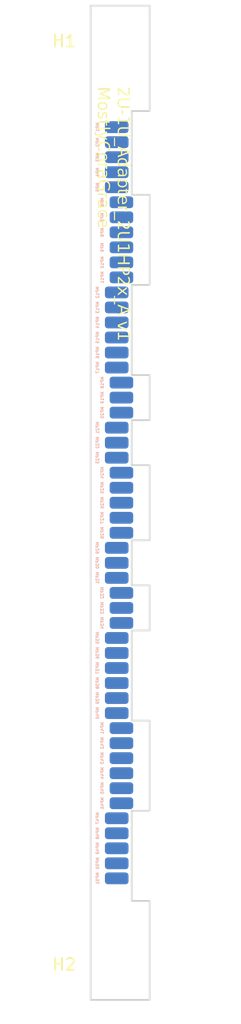
<source format=kicad_pcb>
(kicad_pcb (version 20240108) (generator "pcbnew") (generator_version "8.0")
  (layers (0 "F.Cu" signal) (31 "B.Cu" signal) (34 "B.Paste" user) (35 "F.Paste" user) (36 "B.SilkS" user "B.Silkscreen") (37 "F.SilkS" user "F.Silkscreen") (38 "B.Mask" user) (39 "F.Mask" user) (44 "Edge.Cuts" user))
  (net 0 "")
  (footprint "EXC:MountingHole_3.2mm_M3" (layer "F.Cu") (at 2.54 83.475)
    (property "Reference" "H2" (at -3.683 0 0) (layer "F.SilkS") (effects (justify right)))
    (property "Value" "Eurorack_M3_MountingHole")
    (pad "" np_thru_hole circle (at 0 0) (size 3.2 3.2) (drill 3.2) (layers "F&B.Cu" "*.Mask"))
  )
  (footprint "EXC:MountingHole_3.2mm_M3" (layer "F.Cu") (at 2.54 5.425)
    (property "Reference" "H1" (at -3.683 0 0) (layer "F.SilkS") (effects (justify right)))
    (property "Value" "Eurorack_M3_MountingHole")
    (pad "" np_thru_hole circle (at 0 0) (size 3.2 3.2) (drill 3.2) (layers "F&B.Cu" "*.Mask"))
  )
  (footprint "EXC:SolderWirePad_1x01_SMD_1x2mm" (layer "B.Cu") (at 2.21 26.67 90)
    (property "Reference" "MP12" (at 0 -1.6256 90) (layer "B.SilkS") (effects (font (size 0.25 0.25) (thickness 0.06)) (justify mirror)))
    (property "Value" "Mechanical_Pad_Solder_Linkage")
    (pad "1" smd roundrect (at 0 0 90) (size 1 2) (layers "B.Cu" "B.Paste" "B.Mask"))
  )
  (footprint "EXC:SolderWirePad_1x01_SMD_1x2mm" (layer "B.Cu") (at 2.21 58.42 90)
    (property "Reference" "MP37" (at 0 -1.6256 90) (layer "B.SilkS") (effects (font (size 0.25 0.25) (thickness 0.06)) (justify mirror)))
    (property "Value" "Mechanical_Pad_Solder_Linkage")
    (pad "1" smd roundrect (at 0 0 90) (size 1 2) (layers "B.Cu" "B.Paste" "B.Mask"))
  )
  (footprint "EXC:SolderWirePad_1x01_SMD_1x2mm" (layer "B.Cu") (at 2.21 60.96 90)
    (property "Reference" "MP39" (at 0 -1.6256 90) (layer "B.SilkS") (effects (font (size 0.25 0.25) (thickness 0.06)) (justify mirror)))
    (property "Value" "Mechanical_Pad_Solder_Linkage")
    (pad "1" smd roundrect (at 0 0 90) (size 1 2) (layers "B.Cu" "B.Paste" "B.Mask"))
  )
  (footprint "EXC:SolderWirePad_1x01_SMD_1x2mm" (layer "B.Cu") (at 2.21 13.97 90)
    (property "Reference" "MP2" (at 0 -1.6256 90) (layer "B.SilkS") (effects (font (size 0.25 0.25) (thickness 0.06)) (justify mirror)))
    (property "Value" "Mechanical_Pad_Solder_Linkage")
    (pad "1" smd roundrect (at 0 0 90) (size 1 2) (layers "B.Cu" "B.Paste" "B.Mask"))
  )
  (footprint "EXC:SolderWirePad_1x01_SMD_1x2mm" (layer "B.Cu") (at 2.21 76.2 90)
    (property "Reference" "MP51" (at 0 -1.6256 90) (layer "B.SilkS") (effects (font (size 0.25 0.25) (thickness 0.06)) (justify mirror)))
    (property "Value" "Mechanical_Pad_Solder_Linkage")
    (pad "1" smd roundrect (at 0 0 90) (size 1 2) (layers "B.Cu" "B.Paste" "B.Mask"))
  )
  (footprint "EXC:SolderWirePad_1x01_SMD_1x2mm" (layer "B.Cu") (at 2.61 46.99 90)
    (property "Reference" "MP28" (at 0 -1.6256 90) (layer "B.SilkS") (effects (font (size 0.25 0.25) (thickness 0.06)) (justify mirror)))
    (property "Value" "Mechanical_Pad_Solder_Linkage")
    (pad "1" smd roundrect (at 0 0 90) (size 1 2) (layers "B.Cu" "B.Paste" "B.Mask"))
  )
  (footprint "EXC:SolderWirePad_1x01_SMD_1x2mm" (layer "B.Cu") (at 2.61 63.5 90)
    (property "Reference" "MP41" (at 0 -1.6256 90) (layer "B.SilkS") (effects (font (size 0.25 0.25) (thickness 0.06)) (justify mirror)))
    (property "Value" "Mechanical_Pad_Solder_Linkage")
    (pad "1" smd roundrect (at 0 0 90) (size 1 2) (layers "B.Cu" "B.Paste" "B.Mask"))
  )
  (footprint "EXC:SolderWirePad_1x01_SMD_1x2mm" (layer "B.Cu") (at 2.21 73.66 90)
    (property "Reference" "MP49" (at 0 -1.6256 90) (layer "B.SilkS") (effects (font (size 0.25 0.25) (thickness 0.06)) (justify mirror)))
    (property "Value" "Mechanical_Pad_Solder_Linkage")
    (pad "1" smd roundrect (at 0 0 90) (size 1 2) (layers "B.Cu" "B.Paste" "B.Mask"))
  )
  (footprint "EXC:SolderWirePad_1x01_SMD_1x2mm" (layer "B.Cu") (at 2.61 68.58 90)
    (property "Reference" "MP45" (at 0 -1.6256 90) (layer "B.SilkS") (effects (font (size 0.25 0.25) (thickness 0.06)) (justify mirror)))
    (property "Value" "Mechanical_Pad_Solder_Linkage")
    (pad "1" smd roundrect (at 0 0 90) (size 1 2) (layers "B.Cu" "B.Paste" "B.Mask"))
  )
  (footprint "EXC:SolderWirePad_1x01_SMD_1x2mm" (layer "B.Cu") (at 2.61 24.13 90)
    (property "Reference" "MP10" (at 0 -1.6256 90) (layer "B.SilkS") (effects (font (size 0.25 0.25) (thickness 0.06)) (justify mirror)))
    (property "Value" "Mechanical_Pad_Solder_Linkage")
    (pad "1" smd roundrect (at 0 0 90) (size 1 2) (layers "B.Cu" "B.Paste" "B.Mask"))
  )
  (footprint "EXC:SolderWirePad_1x01_SMD_1x2mm" (layer "B.Cu") (at 2.21 40.64 90)
    (property "Reference" "MP23" (at 0 -1.6256 90) (layer "B.SilkS") (effects (font (size 0.25 0.25) (thickness 0.06)) (justify mirror)))
    (property "Value" "Mechanical_Pad_Solder_Linkage")
    (pad "1" smd roundrect (at 0 0 90) (size 1 2) (layers "B.Cu" "B.Paste" "B.Mask"))
  )
  (footprint "EXC:SolderWirePad_1x01_SMD_1x2mm" (layer "B.Cu") (at 2.21 17.78 90)
    (property "Reference" "MP5" (at 0 -1.6256 90) (layer "B.SilkS") (effects (font (size 0.25 0.25) (thickness 0.06)) (justify mirror)))
    (property "Value" "Mechanical_Pad_Solder_Linkage")
    (pad "1" smd roundrect (at 0 0 90) (size 1 2) (layers "B.Cu" "B.Paste" "B.Mask"))
  )
  (footprint "EXC:SolderWirePad_1x01_SMD_1x2mm" (layer "B.Cu") (at 2.61 44.45 90)
    (property "Reference" "MP26" (at 0 -1.6256 90) (layer "B.SilkS") (effects (font (size 0.25 0.25) (thickness 0.06)) (justify mirror)))
    (property "Value" "Mechanical_Pad_Solder_Linkage")
    (pad "1" smd roundrect (at 0 0 90) (size 1 2) (layers "B.Cu" "B.Paste" "B.Mask"))
  )
  (footprint "EXC:SolderWirePad_1x01_SMD_1x2mm" (layer "B.Cu") (at 2.21 72.39 90)
    (property "Reference" "MP48" (at 0 -1.6256 90) (layer "B.SilkS") (effects (font (size 0.25 0.25) (thickness 0.06)) (justify mirror)))
    (property "Value" "Mechanical_Pad_Solder_Linkage")
    (pad "1" smd roundrect (at 0 0 90) (size 1 2) (layers "B.Cu" "B.Paste" "B.Mask"))
  )
  (footprint "EXC:SolderWirePad_1x01_SMD_1x2mm" (layer "B.Cu") (at 2.21 29.21 90)
    (property "Reference" "MP14" (at 0 -1.6256 90) (layer "B.SilkS") (effects (font (size 0.25 0.25) (thickness 0.06)) (justify mirror)))
    (property "Value" "Mechanical_Pad_Solder_Linkage")
    (pad "1" smd roundrect (at 0 0 90) (size 1 2) (layers "B.Cu" "B.Paste" "B.Mask"))
  )
  (footprint "EXC:SolderWirePad_1x01_SMD_1x2mm" (layer "B.Cu") (at 2.21 15.24 90)
    (property "Reference" "MP3" (at 0 -1.6256 90) (layer "B.SilkS") (effects (font (size 0.25 0.25) (thickness 0.06)) (justify mirror)))
    (property "Value" "Mechanical_Pad_Solder_Linkage")
    (pad "1" smd roundrect (at 0 0 90) (size 1 2) (layers "B.Cu" "B.Paste" "B.Mask"))
  )
  (footprint "EXC:SolderWirePad_1x01_SMD_1x2mm" (layer "B.Cu") (at 2.21 62.23 90)
    (property "Reference" "MP40" (at 0 -1.6256 90) (layer "B.SilkS") (effects (font (size 0.25 0.25) (thickness 0.06)) (justify mirror)))
    (property "Value" "Mechanical_Pad_Solder_Linkage")
    (pad "1" smd roundrect (at 0 0 90) (size 1 2) (layers "B.Cu" "B.Paste" "B.Mask"))
  )
  (footprint "EXC:SolderWirePad_1x01_SMD_1x2mm" (layer "B.Cu") (at 2.21 31.75 90)
    (property "Reference" "MP16" (at 0 -1.6256 90) (layer "B.SilkS") (effects (font (size 0.25 0.25) (thickness 0.06)) (justify mirror)))
    (property "Value" "Mechanical_Pad_Solder_Linkage")
    (pad "1" smd roundrect (at 0 0 90) (size 1 2) (layers "B.Cu" "B.Paste" "B.Mask"))
  )
  (footprint "EXC:SolderWirePad_1x01_SMD_1x2mm" (layer "B.Cu") (at 2.61 43.18 90)
    (property "Reference" "MP25" (at 0 -1.6256 90) (layer "B.SilkS") (effects (font (size 0.25 0.25) (thickness 0.06)) (justify mirror)))
    (property "Value" "Mechanical_Pad_Solder_Linkage")
    (pad "1" smd roundrect (at 0 0 90) (size 1 2) (layers "B.Cu" "B.Paste" "B.Mask"))
  )
  (footprint "EXC:SolderWirePad_1x01_SMD_1x2mm" (layer "B.Cu") (at 2.21 74.93 90)
    (property "Reference" "MP50" (at 0 -1.6256 90) (layer "B.SilkS") (effects (font (size 0.25 0.25) (thickness 0.06)) (justify mirror)))
    (property "Value" "Mechanical_Pad_Solder_Linkage")
    (pad "1" smd roundrect (at 0 0 90) (size 1 2) (layers "B.Cu" "B.Paste" "B.Mask"))
  )
  (footprint "EXC:SolderWirePad_1x01_SMD_1x2mm" (layer "B.Cu") (at 2.21 50.8 90)
    (property "Reference" "MP31" (at 0 -1.6256 90) (layer "B.SilkS") (effects (font (size 0.25 0.25) (thickness 0.06)) (justify mirror)))
    (property "Value" "Mechanical_Pad_Solder_Linkage")
    (pad "1" smd roundrect (at 0 0 90) (size 1 2) (layers "B.Cu" "B.Paste" "B.Mask"))
  )
  (footprint "EXC:SolderWirePad_1x01_SMD_1x2mm" (layer "B.Cu") (at 2.61 35.56 90)
    (property "Reference" "MP19" (at 0 -1.6256 90) (layer "B.SilkS") (effects (font (size 0.25 0.25) (thickness 0.06)) (justify mirror)))
    (property "Value" "Mechanical_Pad_Solder_Linkage")
    (pad "1" smd roundrect (at 0 0 90) (size 1 2) (layers "B.Cu" "B.Paste" "B.Mask"))
  )
  (footprint "EXC:SolderWirePad_1x01_SMD_1x2mm" (layer "B.Cu") (at 2.61 45.72 90)
    (property "Reference" "MP27" (at 0 -1.6256 90) (layer "B.SilkS") (effects (font (size 0.25 0.25) (thickness 0.06)) (justify mirror)))
    (property "Value" "Mechanical_Pad_Solder_Linkage")
    (pad "1" smd roundrect (at 0 0 90) (size 1 2) (layers "B.Cu" "B.Paste" "B.Mask"))
  )
  (footprint "EXC:SolderWirePad_1x01_SMD_1x2mm" (layer "B.Cu") (at 2.21 71.12 90)
    (property "Reference" "MP47" (at 0 -1.6256 90) (layer "B.SilkS") (effects (font (size 0.25 0.25) (thickness 0.06)) (justify mirror)))
    (property "Value" "Mechanical_Pad_Solder_Linkage")
    (pad "1" smd roundrect (at 0 0 90) (size 1 2) (layers "B.Cu" "B.Paste" "B.Mask"))
  )
  (footprint "EXC:SolderWirePad_1x01_SMD_1x2mm" (layer "B.Cu") (at 2.21 49.53 90)
    (property "Reference" "MP30" (at 0 -1.6256 90) (layer "B.SilkS") (effects (font (size 0.25 0.25) (thickness 0.06)) (justify mirror)))
    (property "Value" "Mechanical_Pad_Solder_Linkage")
    (pad "1" smd roundrect (at 0 0 90) (size 1 2) (layers "B.Cu" "B.Paste" "B.Mask"))
  )
  (footprint "EXC:SolderWirePad_1x01_SMD_1x2mm" (layer "B.Cu") (at 2.21 30.48 90)
    (property "Reference" "MP15" (at 0 -1.6256 90) (layer "B.SilkS") (effects (font (size 0.25 0.25) (thickness 0.06)) (justify mirror)))
    (property "Value" "Mechanical_Pad_Solder_Linkage")
    (pad "1" smd roundrect (at 0 0 90) (size 1 2) (layers "B.Cu" "B.Paste" "B.Mask"))
  )
  (footprint "EXC:SolderWirePad_1x01_SMD_1x2mm" (layer "B.Cu") (at 2.21 12.7 90)
    (property "Reference" "MP1" (at 0 -1.6256 90) (layer "B.SilkS") (effects (font (size 0.25 0.25) (thickness 0.06)) (justify mirror)))
    (property "Value" "Mechanical_Pad_Solder_Linkage")
    (pad "1" smd roundrect (at 0 0 90) (size 1 2) (layers "B.Cu" "B.Paste" "B.Mask"))
  )
  (footprint "EXC:SolderWirePad_1x01_SMD_1x2mm" (layer "B.Cu") (at 2.61 36.83 90)
    (property "Reference" "MP20" (at 0 -1.6256 90) (layer "B.SilkS") (effects (font (size 0.25 0.25) (thickness 0.06)) (justify mirror)))
    (property "Value" "Mechanical_Pad_Solder_Linkage")
    (pad "1" smd roundrect (at 0 0 90) (size 1 2) (layers "B.Cu" "B.Paste" "B.Mask"))
  )
  (footprint "EXC:SolderWirePad_1x01_SMD_1x2mm" (layer "B.Cu") (at 2.61 41.91 90)
    (property "Reference" "MP24" (at 0 -1.6256 90) (layer "B.SilkS") (effects (font (size 0.25 0.25) (thickness 0.06)) (justify mirror)))
    (property "Value" "Mechanical_Pad_Solder_Linkage")
    (pad "1" smd roundrect (at 0 0 90) (size 1 2) (layers "B.Cu" "B.Paste" "B.Mask"))
  )
  (footprint "EXC:SolderWirePad_1x01_SMD_1x2mm" (layer "B.Cu") (at 2.21 39.37 90)
    (property "Reference" "MP22" (at 0 -1.6256 90) (layer "B.SilkS") (effects (font (size 0.25 0.25) (thickness 0.06)) (justify mirror)))
    (property "Value" "Mechanical_Pad_Solder_Linkage")
    (pad "1" smd roundrect (at 0 0 90) (size 1 2) (layers "B.Cu" "B.Paste" "B.Mask"))
  )
  (footprint "EXC:SolderWirePad_1x01_SMD_1x2mm" (layer "B.Cu") (at 2.61 69.85 90)
    (property "Reference" "MP46" (at 0 -1.6256 90) (layer "B.SilkS") (effects (font (size 0.25 0.25) (thickness 0.06)) (justify mirror)))
    (property "Value" "Mechanical_Pad_Solder_Linkage")
    (pad "1" smd roundrect (at 0 0 90) (size 1 2) (layers "B.Cu" "B.Paste" "B.Mask"))
  )
  (footprint "EXC:SolderWirePad_1x01_SMD_1x2mm" (layer "B.Cu") (at 2.61 67.31 90)
    (property "Reference" "MP44" (at 0 -1.6256 90) (layer "B.SilkS") (effects (font (size 0.25 0.25) (thickness 0.06)) (justify mirror)))
    (property "Value" "Mechanical_Pad_Solder_Linkage")
    (pad "1" smd roundrect (at 0 0 90) (size 1 2) (layers "B.Cu" "B.Paste" "B.Mask"))
  )
  (footprint "EXC:SolderWirePad_1x01_SMD_1x2mm" (layer "B.Cu") (at 2.21 48.26 90)
    (property "Reference" "MP29" (at 0 -1.6256 90) (layer "B.SilkS") (effects (font (size 0.25 0.25) (thickness 0.06)) (justify mirror)))
    (property "Value" "Mechanical_Pad_Solder_Linkage")
    (pad "1" smd roundrect (at 0 0 90) (size 1 2) (layers "B.Cu" "B.Paste" "B.Mask"))
  )
  (footprint "EXC:SolderWirePad_1x01_SMD_1x2mm" (layer "B.Cu") (at 2.61 53.34 90)
    (property "Reference" "MP33" (at 0 -1.6256 90) (layer "B.SilkS") (effects (font (size 0.25 0.25) (thickness 0.06)) (justify mirror)))
    (property "Value" "Mechanical_Pad_Solder_Linkage")
    (pad "1" smd roundrect (at 0 0 90) (size 1 2) (layers "B.Cu" "B.Paste" "B.Mask"))
  )
  (footprint "EXC:SolderWirePad_1x01_SMD_1x2mm" (layer "B.Cu") (at 2.61 64.77 90)
    (property "Reference" "MP42" (at 0 -1.6256 90) (layer "B.SilkS") (effects (font (size 0.25 0.25) (thickness 0.06)) (justify mirror)))
    (property "Value" "Mechanical_Pad_Solder_Linkage")
    (pad "1" smd roundrect (at 0 0 90) (size 1 2) (layers "B.Cu" "B.Paste" "B.Mask"))
  )
  (footprint "EXC:SolderWirePad_1x01_SMD_1x2mm" (layer "B.Cu") (at 2.61 54.61 90)
    (property "Reference" "MP34" (at 0 -1.6256 90) (layer "B.SilkS") (effects (font (size 0.25 0.25) (thickness 0.06)) (justify mirror)))
    (property "Value" "Mechanical_Pad_Solder_Linkage")
    (pad "1" smd roundrect (at 0 0 90) (size 1 2) (layers "B.Cu" "B.Paste" "B.Mask"))
  )
  (footprint "EXC:SolderWirePad_1x01_SMD_1x2mm" (layer "B.Cu") (at 2.61 21.59 90)
    (property "Reference" "MP8" (at 0 -1.6256 90) (layer "B.SilkS") (effects (font (size 0.25 0.25) (thickness 0.06)) (justify mirror)))
    (property "Value" "Mechanical_Pad_Solder_Linkage")
    (pad "1" smd roundrect (at 0 0 90) (size 1 2) (layers "B.Cu" "B.Paste" "B.Mask"))
  )
  (footprint "EXC:SolderWirePad_1x01_SMD_1x2mm" (layer "B.Cu") (at 2.61 66.04 90)
    (property "Reference" "MP43" (at 0 -1.6256 90) (layer "B.SilkS") (effects (font (size 0.25 0.25) (thickness 0.06)) (justify mirror)))
    (property "Value" "Mechanical_Pad_Solder_Linkage")
    (pad "1" smd roundrect (at 0 0 90) (size 1 2) (layers "B.Cu" "B.Paste" "B.Mask"))
  )
  (footprint "EXC:SolderWirePad_1x01_SMD_1x2mm" (layer "B.Cu") (at 2.21 38.1 90)
    (property "Reference" "MP21" (at 0 -1.6256 90) (layer "B.SilkS") (effects (font (size 0.25 0.25) (thickness 0.06)) (justify mirror)))
    (property "Value" "Mechanical_Pad_Solder_Linkage")
    (pad "1" smd roundrect (at 0 0 90) (size 1 2) (layers "B.Cu" "B.Paste" "B.Mask"))
  )
  (footprint "EXC:SolderWirePad_1x01_SMD_1x2mm" (layer "B.Cu") (at 2.61 52.07 90)
    (property "Reference" "MP32" (at 0 -1.6256 90) (layer "B.SilkS") (effects (font (size 0.25 0.25) (thickness 0.06)) (justify mirror)))
    (property "Value" "Mechanical_Pad_Solder_Linkage")
    (pad "1" smd roundrect (at 0 0 90) (size 1 2) (layers "B.Cu" "B.Paste" "B.Mask"))
  )
  (footprint "EXC:SolderWirePad_1x01_SMD_1x2mm" (layer "B.Cu") (at 2.61 20.32 90)
    (property "Reference" "MP7" (at 0 -1.6256 90) (layer "B.SilkS") (effects (font (size 0.25 0.25) (thickness 0.06)) (justify mirror)))
    (property "Value" "Mechanical_Pad_Solder_Linkage")
    (pad "1" smd roundrect (at 0 0 90) (size 1 2) (layers "B.Cu" "B.Paste" "B.Mask"))
  )
  (footprint "EXC:SolderWirePad_1x01_SMD_1x2mm" (layer "B.Cu") (at 2.61 22.86 90)
    (property "Reference" "MP9" (at 0 -1.6256 90) (layer "B.SilkS") (effects (font (size 0.25 0.25) (thickness 0.06)) (justify mirror)))
    (property "Value" "Mechanical_Pad_Solder_Linkage")
    (pad "1" smd roundrect (at 0 0 90) (size 1 2) (layers "B.Cu" "B.Paste" "B.Mask"))
  )
  (footprint "EXC:SolderWirePad_1x01_SMD_1x2mm" (layer "B.Cu") (at 2.61 25.4 90)
    (property "Reference" "MP11" (at 0 -1.6256 90) (layer "B.SilkS") (effects (font (size 0.25 0.25) (thickness 0.06)) (justify mirror)))
    (property "Value" "Mechanical_Pad_Solder_Linkage")
    (pad "1" smd roundrect (at 0 0 90) (size 1 2) (layers "B.Cu" "B.Paste" "B.Mask"))
  )
  (footprint "EXC:SolderWirePad_1x01_SMD_1x2mm" (layer "B.Cu") (at 2.21 55.88 90)
    (property "Reference" "MP35" (at 0 -1.6256 90) (layer "B.SilkS") (effects (font (size 0.25 0.25) (thickness 0.06)) (justify mirror)))
    (property "Value" "Mechanical_Pad_Solder_Linkage")
    (pad "1" smd roundrect (at 0 0 90) (size 1 2) (layers "B.Cu" "B.Paste" "B.Mask"))
  )
  (footprint "EXC:SolderWirePad_1x01_SMD_1x2mm" (layer "B.Cu") (at 2.21 57.15 90)
    (property "Reference" "MP36" (at 0 -1.6256 90) (layer "B.SilkS") (effects (font (size 0.25 0.25) (thickness 0.06)) (justify mirror)))
    (property "Value" "Mechanical_Pad_Solder_Linkage")
    (pad "1" smd roundrect (at 0 0 90) (size 1 2) (layers "B.Cu" "B.Paste" "B.Mask"))
  )
  (footprint "EXC:SolderWirePad_1x01_SMD_1x2mm" (layer "B.Cu") (at 2.21 16.51 90)
    (property "Reference" "MP4" (at 0 -1.6256 90) (layer "B.SilkS") (effects (font (size 0.25 0.25) (thickness 0.06)) (justify mirror)))
    (property "Value" "Mechanical_Pad_Solder_Linkage")
    (pad "1" smd roundrect (at 0 0 90) (size 1 2) (layers "B.Cu" "B.Paste" "B.Mask"))
  )
  (footprint "EXC:SolderWirePad_1x01_SMD_1x2mm" (layer "B.Cu") (at 2.61 34.29 90)
    (property "Reference" "MP18" (at 0 -1.6256 90) (layer "B.SilkS") (effects (font (size 0.25 0.25) (thickness 0.06)) (justify mirror)))
    (property "Value" "Mechanical_Pad_Solder_Linkage")
    (pad "1" smd roundrect (at 0 0 90) (size 1 2) (layers "B.Cu" "B.Paste" "B.Mask"))
  )
  (footprint "EXC:SolderWirePad_1x01_SMD_1x2mm" (layer "B.Cu") (at 2.21 27.94 90)
    (property "Reference" "MP13" (at 0 -1.6256 90) (layer "B.SilkS") (effects (font (size 0.25 0.25) (thickness 0.06)) (justify mirror)))
    (property "Value" "Mechanical_Pad_Solder_Linkage")
    (pad "1" smd roundrect (at 0 0 90) (size 1 2) (layers "B.Cu" "B.Paste" "B.Mask"))
  )
  (footprint "EXC:SolderWirePad_1x01_SMD_1x2mm" (layer "B.Cu") (at 2.21 59.69 90)
    (property "Reference" "MP38" (at 0 -1.6256 90) (layer "B.SilkS") (effects (font (size 0.25 0.25) (thickness 0.06)) (justify mirror)))
    (property "Value" "Mechanical_Pad_Solder_Linkage")
    (pad "1" smd roundrect (at 0 0 90) (size 1 2) (layers "B.Cu" "B.Paste" "B.Mask"))
  )
  (footprint "EXC:SolderWirePad_1x01_SMD_1x2mm" (layer "B.Cu") (at 2.61 19.05 90)
    (property "Reference" "MP6" (at 0 -1.6256 90) (layer "B.SilkS") (effects (font (size 0.25 0.25) (thickness 0.06)) (justify mirror)))
    (property "Value" "Mechanical_Pad_Solder_Linkage")
    (pad "1" smd roundrect (at 0 0 90) (size 1 2) (layers "B.Cu" "B.Paste" "B.Mask"))
  )
  (footprint "EXC:SolderWirePad_1x01_SMD_1x2mm" (layer "B.Cu") (at 2.21 33.02 90)
    (property "Reference" "MP17" (at 0 -1.6256 90) (layer "B.SilkS") (effects (font (size 0.25 0.25) (thickness 0.06)) (justify mirror)))
    (property "Value" "Mechanical_Pad_Solder_Linkage")
    (pad "1" smd roundrect (at 0 0 90) (size 1 2) (layers "B.Cu" "B.Paste" "B.Mask"))
  )
  (gr_line (start 0 2.425) (end 0 86.475) (stroke (width 0.15)) (layer "Edge.Cuts"))
  (gr_line (start 3.48 41.275) (end 5 41.275) (stroke (width 0.15)) (layer "Edge.Cuts"))
  (gr_line (start 5 51.435) (end 5 55.245) (stroke (width 0.15)) (layer "Edge.Cuts"))
  (gr_line (start 5 41.275) (end 5 47.625) (stroke (width 0.15)) (layer "Edge.Cuts"))
  (gr_line (start 3.48 70.485) (end 5 70.485) (stroke (width 0.15)) (layer "Edge.Cuts"))
  (gr_line (start 3.48 62.865) (end 5 62.865) (stroke (width 0.15)) (layer "Edge.Cuts"))
  (gr_line (start 3.48 26.035) (end 3.48 33.655) (stroke (width 0.15)) (layer "Edge.Cuts"))
  (gr_line (start 3.48 37.465) (end 3.48 41.275) (stroke (width 0.15)) (layer "Edge.Cuts"))
  (gr_line (start 3.48 11.337) (end 3.48 18.415) (stroke (width 0.15)) (layer "Edge.Cuts"))
  (gr_line (start 5 33.655) (end 5 37.465) (stroke (width 0.15)) (layer "Edge.Cuts"))
  (gr_line (start 3.48 70.485) (end 3.48 78.105) (stroke (width 0.15)) (layer "Edge.Cuts"))
  (gr_line (start 3.48 78.105) (end 5 78.105) (stroke (width 0.15)) (layer "Edge.Cuts"))
  (gr_line (start 3.48 47.625) (end 3.48 51.435) (stroke (width 0.15)) (layer "Edge.Cuts"))
  (gr_line (start 5 78.105) (end 5 86.475) (stroke (width 0.15)) (layer "Edge.Cuts"))
  (gr_line (start 3.48 33.655) (end 5 33.655) (stroke (width 0.15)) (layer "Edge.Cuts"))
  (gr_line (start 3.48 55.245) (end 3.48 62.865) (stroke (width 0.15)) (layer "Edge.Cuts"))
  (gr_line (start 3.48 47.625) (end 5 47.625) (stroke (width 0.15)) (layer "Edge.Cuts"))
  (gr_line (start 0 86.475) (end 5 86.475) (stroke (width 0.15)) (layer "Edge.Cuts"))
  (gr_line (start 5 62.865) (end 5 70.485) (stroke (width 0.15)) (layer "Edge.Cuts"))
  (gr_line (start 3.48 55.245) (end 5 55.245) (stroke (width 0.15)) (layer "Edge.Cuts"))
  (gr_line (start 0 2.425) (end 5 2.425) (stroke (width 0.15)) (layer "Edge.Cuts"))
  (gr_line (start 3.48 51.435) (end 5 51.435) (stroke (width 0.15)) (layer "Edge.Cuts"))
  (gr_line (start 5 2.425) (end 5 11.337) (stroke (width 0.15)) (layer "Edge.Cuts"))
  (gr_line (start 3.48 37.465) (end 5 37.465) (stroke (width 0.15)) (layer "Edge.Cuts"))
  (gr_line (start 5 18.415) (end 5 26.035) (stroke (width 0.15)) (layer "Edge.Cuts"))
  (gr_line (start 5 11.337) (end 3.48 11.337) (stroke (width 0.15)) (layer "Edge.Cuts"))
  (gr_line (start 3.48 18.415) (end 5 18.415) (stroke (width 0.15)) (layer "Edge.Cuts"))
  (gr_line (start 3.48 26.035) (end 5 26.035) (stroke (width 0.15)) (layer "Edge.Cuts"))
  (gr_text "2U-1U_Adapter_2U1HP2x_A v1\nMostlyCoraGrace" (at 3.302 9.271 -90) (layer "F.SilkS") (effects (font (size 1 1)) (justify left top)))
)
</source>
